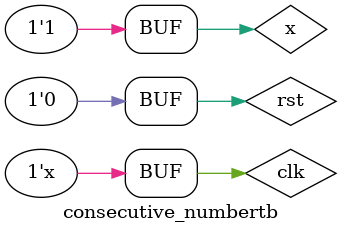
<source format=v>
`timescale 1ns / 1ps
module consecutive_numbertb;
    reg x,clk,rst;
    wire y;
    consecutive_number uut( .x(x),.clk(clk),.rst(rst),.y(y));
    always #5 clk=~clk;
    initial begin
        clk=0;
        rst=1;
        #3 rst=0;
        x=0;
        #10 x=0;
        #10 x=0;
        #10 x=0;
        #10 x=0;
        #10 x=1;
        #10 x=1;
        #10 x=1;
        #10 x=1;
        #10 x=1;
    end
        
endmodule

</source>
